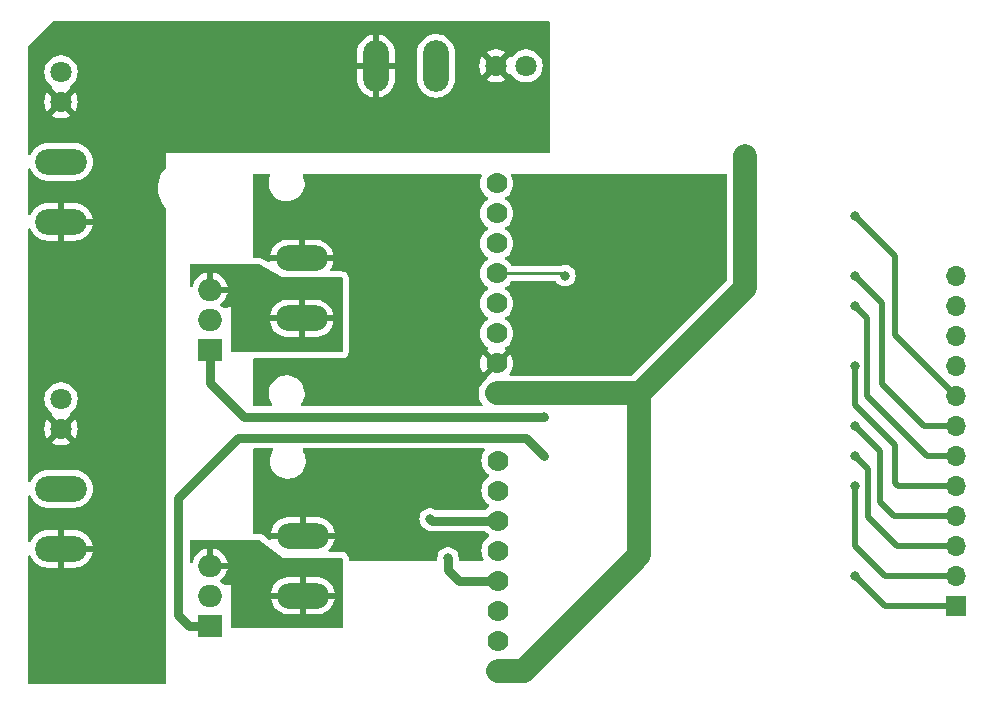
<source format=gbl>
G04 #@! TF.GenerationSoftware,KiCad,Pcbnew,7.0.8*
G04 #@! TF.CreationDate,2023-10-27T17:24:16-04:00*
G04 #@! TF.ProjectId,IPTC Power Distribution and Control,49505443-2050-46f7-9765-722044697374,rev?*
G04 #@! TF.SameCoordinates,Original*
G04 #@! TF.FileFunction,Copper,L2,Bot*
G04 #@! TF.FilePolarity,Positive*
%FSLAX46Y46*%
G04 Gerber Fmt 4.6, Leading zero omitted, Abs format (unit mm)*
G04 Created by KiCad (PCBNEW 7.0.8) date 2023-10-27 17:24:16*
%MOMM*%
%LPD*%
G01*
G04 APERTURE LIST*
G04 #@! TA.AperFunction,ComponentPad*
%ADD10R,1.700000X1.700000*%
G04 #@! TD*
G04 #@! TA.AperFunction,ComponentPad*
%ADD11O,1.700000X1.700000*%
G04 #@! TD*
G04 #@! TA.AperFunction,ComponentPad*
%ADD12C,1.803400*%
G04 #@! TD*
G04 #@! TA.AperFunction,ComponentPad*
%ADD13C,1.778000*%
G04 #@! TD*
G04 #@! TA.AperFunction,ComponentPad*
%ADD14O,4.400000X2.200000*%
G04 #@! TD*
G04 #@! TA.AperFunction,ComponentPad*
%ADD15O,4.368800X2.184400*%
G04 #@! TD*
G04 #@! TA.AperFunction,ComponentPad*
%ADD16R,2.000000X1.905000*%
G04 #@! TD*
G04 #@! TA.AperFunction,ComponentPad*
%ADD17O,2.000000X1.905000*%
G04 #@! TD*
G04 #@! TA.AperFunction,ComponentPad*
%ADD18O,2.184400X4.368800*%
G04 #@! TD*
G04 #@! TA.AperFunction,ViaPad*
%ADD19C,0.800000*%
G04 #@! TD*
G04 #@! TA.AperFunction,Conductor*
%ADD20C,0.500000*%
G04 #@! TD*
G04 #@! TA.AperFunction,Conductor*
%ADD21C,2.000000*%
G04 #@! TD*
G04 #@! TA.AperFunction,Conductor*
%ADD22C,0.250000*%
G04 #@! TD*
G04 #@! TA.AperFunction,Conductor*
%ADD23C,0.750000*%
G04 #@! TD*
G04 APERTURE END LIST*
D10*
X220821000Y-104140000D03*
D11*
X220821000Y-101600000D03*
X220821000Y-99060000D03*
X220821000Y-96520000D03*
X220821000Y-93980000D03*
X220821000Y-91440000D03*
X220821000Y-88900000D03*
X220821000Y-86360000D03*
X220821000Y-83820000D03*
X220821000Y-81280000D03*
X220821000Y-78740000D03*
X220821000Y-76200000D03*
D12*
X145034000Y-61468000D03*
X145034000Y-58928000D03*
D13*
X182018000Y-109628000D03*
X182018000Y-107088000D03*
X182018000Y-104548000D03*
X182018000Y-102008000D03*
X182018000Y-99468000D03*
X182018000Y-96928000D03*
X182018000Y-94388000D03*
X182018000Y-91848000D03*
D14*
X165508000Y-103278000D03*
X165508000Y-98198000D03*
D15*
X145034000Y-71628000D03*
X145034000Y-66548000D03*
D16*
X157663000Y-82450000D03*
D17*
X157663000Y-79910000D03*
X157663000Y-77370000D03*
D16*
X157663000Y-105818000D03*
D17*
X157663000Y-103278000D03*
X157663000Y-100738000D03*
D13*
X181918000Y-86160000D03*
X181918000Y-83620000D03*
X181918000Y-81080000D03*
X181918000Y-78540000D03*
X181918000Y-76000000D03*
X181918000Y-73460000D03*
X181918000Y-70920000D03*
X181918000Y-68380000D03*
D14*
X165408000Y-79810000D03*
X165408000Y-74730000D03*
D18*
X171704000Y-58420000D03*
X176784000Y-58420000D03*
D12*
X181864000Y-58420000D03*
X184404000Y-58420000D03*
D15*
X145034000Y-99314000D03*
X145034000Y-94234000D03*
D12*
X145034000Y-89154000D03*
X145034000Y-86614000D03*
D19*
X212217000Y-71120000D03*
X212217000Y-76200000D03*
X212217000Y-78740000D03*
X212217000Y-83820000D03*
X212217000Y-88900000D03*
X212217000Y-91440000D03*
X212217000Y-93980000D03*
X212217000Y-101600000D03*
X202946000Y-66040000D03*
X170180000Y-77216000D03*
X194056000Y-75692000D03*
X170180000Y-74168000D03*
X195580000Y-77216000D03*
X170180000Y-91948000D03*
X173228000Y-72644000D03*
X197104000Y-69596000D03*
X170180000Y-99568000D03*
X173228000Y-69596000D03*
X197104000Y-72644000D03*
X173228000Y-77216000D03*
X170180000Y-98044000D03*
X197104000Y-71120000D03*
X170180000Y-75692000D03*
X170180000Y-69596000D03*
X195580000Y-74168000D03*
X171704000Y-96520000D03*
X194056000Y-69596000D03*
X171704000Y-93472000D03*
X171704000Y-69596000D03*
X170180000Y-72644000D03*
X173228000Y-93472000D03*
X194056000Y-72644000D03*
X170180000Y-93472000D03*
X171704000Y-72644000D03*
X170180000Y-94996000D03*
X173228000Y-99568000D03*
X194056000Y-77216000D03*
X173228000Y-75692000D03*
X194056000Y-74168000D03*
X195580000Y-75692000D03*
X171704000Y-98044000D03*
X171704000Y-74168000D03*
X195580000Y-72644000D03*
X173228000Y-96520000D03*
X170180000Y-96520000D03*
X171704000Y-71120000D03*
X195580000Y-69596000D03*
X173228000Y-94996000D03*
X173228000Y-91948000D03*
X171704000Y-75692000D03*
X173228000Y-74168000D03*
X170180000Y-71120000D03*
X171704000Y-94996000D03*
X171704000Y-91948000D03*
X173228000Y-98044000D03*
X197104000Y-74168000D03*
X171704000Y-99568000D03*
X195580000Y-71120000D03*
X173228000Y-71120000D03*
X171704000Y-77216000D03*
X197104000Y-77216000D03*
X194056000Y-71120000D03*
X197104000Y-75692000D03*
X177800000Y-100076000D03*
X187706000Y-76190000D03*
X148336000Y-109220000D03*
X149860000Y-109220000D03*
X148082000Y-79375000D03*
X159004000Y-58420000D03*
X160528000Y-56896000D03*
X159004000Y-59944000D03*
X149860000Y-107696000D03*
X159004000Y-56896000D03*
X150241000Y-81534000D03*
X160528000Y-59944000D03*
X150241000Y-79375000D03*
X148336000Y-107696000D03*
X160528000Y-58420000D03*
X148082000Y-81534000D03*
X176276000Y-96774000D03*
X185928000Y-88138000D03*
X185928000Y-91440000D03*
D20*
X213233000Y-86360000D02*
X218313000Y-91440000D01*
X218313000Y-91440000D02*
X220821000Y-91440000D01*
X213233000Y-79756000D02*
X213233000Y-86360000D01*
X212217000Y-78740000D02*
X213233000Y-79756000D01*
X215646000Y-74549000D02*
X215646000Y-81185000D01*
X215646000Y-81185000D02*
X220821000Y-86360000D01*
X212217000Y-71120000D02*
X215646000Y-74549000D01*
X218059000Y-88900000D02*
X220821000Y-88900000D01*
X214503000Y-85344000D02*
X218059000Y-88900000D01*
X214503000Y-78486000D02*
X214503000Y-85344000D01*
X212217000Y-76200000D02*
X214503000Y-78486000D01*
X215646000Y-93726000D02*
X215900000Y-93980000D01*
X212217000Y-87122000D02*
X215646000Y-90551000D01*
X215646000Y-90551000D02*
X215646000Y-93726000D01*
X212217000Y-83820000D02*
X212217000Y-87122000D01*
X215900000Y-93980000D02*
X220821000Y-93980000D01*
X215519000Y-96520000D02*
X220821000Y-96520000D01*
X214376000Y-91059000D02*
X214376000Y-95377000D01*
X212217000Y-88900000D02*
X214376000Y-91059000D01*
X214376000Y-95377000D02*
X215519000Y-96520000D01*
X213360000Y-96647000D02*
X215773000Y-99060000D01*
X213360000Y-92583000D02*
X213360000Y-96647000D01*
X212217000Y-91440000D02*
X213360000Y-92583000D01*
X215773000Y-99060000D02*
X220821000Y-99060000D01*
X212217000Y-93980000D02*
X212217000Y-99060000D01*
X212217000Y-99060000D02*
X214757000Y-101600000D01*
X214757000Y-101600000D02*
X220821000Y-101600000D01*
X214757000Y-104140000D02*
X220821000Y-104140000D01*
X212217000Y-101600000D02*
X214757000Y-104140000D01*
D21*
X184250000Y-109628000D02*
X194002000Y-99876000D01*
X181918000Y-86160000D02*
X194002000Y-86160000D01*
X182018000Y-109628000D02*
X184250000Y-109628000D01*
D22*
X194002000Y-86160000D02*
X194056000Y-86106000D01*
X182018000Y-109574000D02*
X182118000Y-109474000D01*
D21*
X202946000Y-77216000D02*
X202946000Y-66040000D01*
X194002000Y-99876000D02*
X194002000Y-86160000D01*
X194056000Y-86106000D02*
X202946000Y-77216000D01*
D22*
X182018000Y-109628000D02*
X182018000Y-109574000D01*
D23*
X178716000Y-102008000D02*
X182018000Y-102008000D01*
X177800000Y-100076000D02*
X177800000Y-101092000D01*
X177800000Y-101092000D02*
X178716000Y-102008000D01*
D22*
X187516000Y-76000000D02*
X181918000Y-76000000D01*
X187706000Y-76190000D02*
X187516000Y-76000000D01*
D23*
X176276000Y-96774000D02*
X176430000Y-96928000D01*
X176430000Y-96928000D02*
X182018000Y-96928000D01*
X157663000Y-85273000D02*
X160528000Y-88138000D01*
X157663000Y-82450000D02*
X157663000Y-85273000D01*
X160528000Y-88138000D02*
X185928000Y-88138000D01*
X154940000Y-104902000D02*
X154940000Y-94996000D01*
X155856000Y-105818000D02*
X154940000Y-104902000D01*
X184404000Y-89916000D02*
X185928000Y-91440000D01*
X154940000Y-94996000D02*
X160020000Y-89916000D01*
X157663000Y-105818000D02*
X155856000Y-105818000D01*
X160020000Y-89916000D02*
X184404000Y-89916000D01*
G04 #@! TA.AperFunction,Conductor*
G36*
X162944512Y-90811185D02*
G01*
X162990267Y-90863989D01*
X163000211Y-90933147D01*
X162984860Y-90977500D01*
X162859834Y-91194050D01*
X162772782Y-91423589D01*
X162723675Y-91664124D01*
X162723674Y-91664131D01*
X162713789Y-91909417D01*
X162713789Y-91909418D01*
X162743380Y-92153130D01*
X162811680Y-92388925D01*
X162811681Y-92388928D01*
X162916921Y-92610719D01*
X162916923Y-92610722D01*
X162916924Y-92610723D01*
X163056381Y-92812762D01*
X163144703Y-92904714D01*
X163226443Y-92989814D01*
X163288041Y-93036102D01*
X163422701Y-93137293D01*
X163640076Y-93251380D01*
X163872937Y-93329120D01*
X163872940Y-93329120D01*
X163872942Y-93329121D01*
X164115250Y-93368500D01*
X164115253Y-93368500D01*
X164299281Y-93368500D01*
X164390989Y-93361096D01*
X164482699Y-93353693D01*
X164721060Y-93294942D01*
X164946911Y-93198716D01*
X165154400Y-93067508D01*
X165338156Y-92904714D01*
X165493418Y-92714553D01*
X165616166Y-92501948D01*
X165703219Y-92272406D01*
X165752325Y-92031872D01*
X165761335Y-91808284D01*
X165762210Y-91786582D01*
X165762210Y-91786576D01*
X165732619Y-91542869D01*
X165664319Y-91307074D01*
X165664318Y-91307069D01*
X165598847Y-91169093D01*
X165559078Y-91085280D01*
X165559076Y-91085277D01*
X165490509Y-90985940D01*
X165468626Y-90919585D01*
X165486092Y-90851934D01*
X165537359Y-90804464D01*
X165592559Y-90791500D01*
X180819850Y-90791500D01*
X180886889Y-90811185D01*
X180932644Y-90863989D01*
X180942588Y-90933147D01*
X180919758Y-90986824D01*
X180920536Y-90987333D01*
X180791782Y-91184405D01*
X180699282Y-91395285D01*
X180642753Y-91618515D01*
X180623738Y-91847994D01*
X180623738Y-91848005D01*
X180642753Y-92077484D01*
X180699282Y-92300714D01*
X180791782Y-92511594D01*
X180917728Y-92704370D01*
X180917731Y-92704373D01*
X181073692Y-92873792D01*
X181190591Y-92964778D01*
X181259459Y-93018380D01*
X181258476Y-93019641D01*
X181299183Y-93067349D01*
X181308600Y-93136581D01*
X181279092Y-93199914D01*
X181259136Y-93217205D01*
X181259459Y-93217620D01*
X181073694Y-93362206D01*
X181073689Y-93362211D01*
X180917728Y-93531629D01*
X180791782Y-93724405D01*
X180699282Y-93935285D01*
X180642753Y-94158515D01*
X180623738Y-94387994D01*
X180623738Y-94388005D01*
X180642753Y-94617484D01*
X180699282Y-94840714D01*
X180791782Y-95051594D01*
X180917728Y-95244370D01*
X180917731Y-95244373D01*
X181073692Y-95413792D01*
X181190591Y-95504778D01*
X181259459Y-95558380D01*
X181258476Y-95559641D01*
X181299183Y-95607349D01*
X181308600Y-95676581D01*
X181279092Y-95739914D01*
X181259135Y-95757206D01*
X181259458Y-95757620D01*
X181073698Y-95902202D01*
X181073694Y-95902205D01*
X180972177Y-96012483D01*
X180912290Y-96048474D01*
X180880947Y-96052500D01*
X176855252Y-96052500D01*
X176788213Y-96032815D01*
X176782367Y-96028818D01*
X176728734Y-95989851D01*
X176728729Y-95989848D01*
X176555807Y-95912857D01*
X176555802Y-95912855D01*
X176410001Y-95881865D01*
X176370646Y-95873500D01*
X176181354Y-95873500D01*
X176148897Y-95880398D01*
X175996197Y-95912855D01*
X175996192Y-95912857D01*
X175823270Y-95989848D01*
X175823265Y-95989851D01*
X175670129Y-96101111D01*
X175543466Y-96241785D01*
X175448821Y-96405715D01*
X175448818Y-96405722D01*
X175390327Y-96585740D01*
X175390326Y-96585744D01*
X175370540Y-96774000D01*
X175390326Y-96962256D01*
X175390327Y-96962259D01*
X175448818Y-97142277D01*
X175448821Y-97142284D01*
X175543467Y-97306216D01*
X175670129Y-97446888D01*
X175793709Y-97536674D01*
X175815328Y-97556713D01*
X175824365Y-97567353D01*
X175824366Y-97567354D01*
X175824369Y-97567357D01*
X175890737Y-97617808D01*
X175955699Y-97670027D01*
X175955701Y-97670029D01*
X175955872Y-97670114D01*
X175975814Y-97682483D01*
X175975971Y-97682602D01*
X176051640Y-97717610D01*
X176126307Y-97754641D01*
X176126481Y-97754684D01*
X176148626Y-97762480D01*
X176148803Y-97762562D01*
X176148806Y-97762562D01*
X176148807Y-97762563D01*
X176148806Y-97762563D01*
X176230228Y-97780485D01*
X176245863Y-97784373D01*
X176311111Y-97800600D01*
X176311284Y-97800604D01*
X176334602Y-97803460D01*
X176334784Y-97803500D01*
X176334787Y-97803500D01*
X176418160Y-97803500D01*
X176501473Y-97805757D01*
X176501655Y-97805721D01*
X176525023Y-97803500D01*
X180880947Y-97803500D01*
X180947986Y-97823185D01*
X180972177Y-97843517D01*
X181073694Y-97953794D01*
X181073698Y-97953797D01*
X181259458Y-98098380D01*
X181258476Y-98099641D01*
X181299183Y-98147349D01*
X181308600Y-98216581D01*
X181279092Y-98279914D01*
X181259136Y-98297205D01*
X181259459Y-98297620D01*
X181073694Y-98442206D01*
X181073689Y-98442211D01*
X180917728Y-98611629D01*
X180791782Y-98804405D01*
X180699282Y-99015285D01*
X180642753Y-99238515D01*
X180623738Y-99467994D01*
X180623738Y-99468005D01*
X180642753Y-99697484D01*
X180699282Y-99920714D01*
X180791782Y-100131593D01*
X180796085Y-100138180D01*
X180816272Y-100205070D01*
X180797090Y-100272256D01*
X180744631Y-100318405D01*
X180692275Y-100330000D01*
X178816479Y-100330000D01*
X178749440Y-100310315D01*
X178703685Y-100257511D01*
X178693158Y-100193042D01*
X178705460Y-100076000D01*
X178685674Y-99887744D01*
X178627179Y-99707716D01*
X178532533Y-99543784D01*
X178405871Y-99403112D01*
X178405870Y-99403111D01*
X178252734Y-99291851D01*
X178252729Y-99291848D01*
X178079807Y-99214857D01*
X178079802Y-99214855D01*
X177934001Y-99183865D01*
X177894646Y-99175500D01*
X177705354Y-99175500D01*
X177672897Y-99182398D01*
X177520197Y-99214855D01*
X177520192Y-99214857D01*
X177347270Y-99291848D01*
X177347265Y-99291851D01*
X177194129Y-99403111D01*
X177067466Y-99543785D01*
X176972821Y-99707715D01*
X176972818Y-99707722D01*
X176937162Y-99817462D01*
X176914326Y-99887744D01*
X176905787Y-99968990D01*
X176895987Y-100062237D01*
X176894540Y-100076000D01*
X176906841Y-100193041D01*
X176894273Y-100261768D01*
X176846541Y-100312792D01*
X176783521Y-100330000D01*
X169539500Y-100330000D01*
X169472461Y-100310315D01*
X169426706Y-100257511D01*
X169415500Y-100206000D01*
X169415500Y-100200010D01*
X169415500Y-100200000D01*
X169403947Y-100092544D01*
X169392741Y-100041033D01*
X169392637Y-100040722D01*
X169358616Y-99938502D01*
X169358613Y-99938496D01*
X169280828Y-99817462D01*
X169280825Y-99817457D01*
X169250825Y-99782835D01*
X169235076Y-99764659D01*
X169235072Y-99764656D01*
X169235070Y-99764653D01*
X169126336Y-99670433D01*
X169126333Y-99670431D01*
X169126331Y-99670430D01*
X168995465Y-99610664D01*
X168995460Y-99610662D01*
X168995459Y-99610662D01*
X168972858Y-99604025D01*
X168928425Y-99590978D01*
X168928419Y-99590976D01*
X168842966Y-99578690D01*
X168786000Y-99570500D01*
X168785998Y-99570500D01*
X167800757Y-99570500D01*
X167733718Y-99550815D01*
X167687963Y-99498011D01*
X167678019Y-99428853D01*
X167707044Y-99365297D01*
X167720226Y-99352209D01*
X167742870Y-99332869D01*
X167906428Y-99141367D01*
X167906431Y-99141362D01*
X168038019Y-98926631D01*
X168134396Y-98693956D01*
X168193188Y-98449067D01*
X168193272Y-98448000D01*
X166002852Y-98448000D01*
X166051559Y-98310953D01*
X166061877Y-98160114D01*
X166031116Y-98012085D01*
X165997910Y-97948000D01*
X168193271Y-97948000D01*
X168193271Y-97947999D01*
X168193188Y-97946932D01*
X168134396Y-97702043D01*
X168038019Y-97469368D01*
X167906431Y-97254637D01*
X167906428Y-97254632D01*
X167742869Y-97063130D01*
X167551367Y-96899571D01*
X167551362Y-96899568D01*
X167336631Y-96767980D01*
X167103956Y-96671603D01*
X166859072Y-96612813D01*
X166670872Y-96598000D01*
X165758000Y-96598000D01*
X165758000Y-97706316D01*
X165729181Y-97688791D01*
X165583596Y-97648000D01*
X165470378Y-97648000D01*
X165358217Y-97663416D01*
X165258000Y-97706946D01*
X165258000Y-96598000D01*
X164345128Y-96598000D01*
X164156927Y-96612813D01*
X163912043Y-96671603D01*
X163679368Y-96767980D01*
X163464637Y-96899568D01*
X163464632Y-96899571D01*
X163273130Y-97063130D01*
X163109571Y-97254632D01*
X163109568Y-97254637D01*
X162977980Y-97469368D01*
X162881603Y-97702043D01*
X162822811Y-97946932D01*
X162822728Y-97947999D01*
X162822729Y-97948000D01*
X165013148Y-97948000D01*
X164964441Y-98085047D01*
X164954123Y-98235886D01*
X164984884Y-98383915D01*
X165018090Y-98448000D01*
X162822728Y-98448000D01*
X162816071Y-98455200D01*
X162806954Y-98498571D01*
X162757894Y-98548321D01*
X162689727Y-98563649D01*
X162624094Y-98539690D01*
X162623309Y-98539106D01*
X162127028Y-98166895D01*
X162112143Y-98156553D01*
X162097007Y-98146435D01*
X162096995Y-98146429D01*
X161966132Y-98086664D01*
X161966127Y-98086662D01*
X161966126Y-98086662D01*
X161943525Y-98080025D01*
X161899092Y-98066978D01*
X161899086Y-98066976D01*
X161813633Y-98054690D01*
X161756667Y-98046500D01*
X161414000Y-98046500D01*
X161346961Y-98026815D01*
X161301206Y-97974011D01*
X161290000Y-97922500D01*
X161290000Y-90915500D01*
X161309685Y-90848461D01*
X161362489Y-90802706D01*
X161414000Y-90791500D01*
X162877473Y-90791500D01*
X162944512Y-90811185D01*
G37*
G04 #@! TD.AperFunction*
G04 #@! TA.AperFunction,Conductor*
G36*
X162708686Y-67583685D02*
G01*
X162754441Y-67636489D01*
X162764385Y-67705647D01*
X162757589Y-67731971D01*
X162672782Y-67955589D01*
X162623675Y-68196124D01*
X162623674Y-68196131D01*
X162613789Y-68441417D01*
X162613789Y-68441418D01*
X162643380Y-68685130D01*
X162711680Y-68920925D01*
X162711681Y-68920928D01*
X162816921Y-69142719D01*
X162816923Y-69142722D01*
X162816924Y-69142723D01*
X162956381Y-69344762D01*
X163044703Y-69436714D01*
X163126443Y-69521814D01*
X163188041Y-69568102D01*
X163322701Y-69669293D01*
X163540076Y-69783380D01*
X163772937Y-69861120D01*
X163772940Y-69861120D01*
X163772942Y-69861121D01*
X164015250Y-69900500D01*
X164015253Y-69900500D01*
X164199281Y-69900500D01*
X164290989Y-69893096D01*
X164382699Y-69885693D01*
X164621060Y-69826942D01*
X164846911Y-69730716D01*
X165054400Y-69599508D01*
X165238156Y-69436714D01*
X165393418Y-69246553D01*
X165516166Y-69033948D01*
X165603219Y-68804406D01*
X165652325Y-68563872D01*
X165662210Y-68318576D01*
X165641804Y-68150515D01*
X165632619Y-68074869D01*
X165564319Y-67839074D01*
X165564318Y-67839069D01*
X165517857Y-67741156D01*
X165506903Y-67672153D01*
X165534994Y-67608179D01*
X165593212Y-67569547D01*
X165629886Y-67564000D01*
X180568838Y-67564000D01*
X180635877Y-67583685D01*
X180681632Y-67636489D01*
X180691576Y-67705647D01*
X180682394Y-67737810D01*
X180599282Y-67927285D01*
X180542753Y-68150515D01*
X180523738Y-68379994D01*
X180523738Y-68380005D01*
X180542753Y-68609484D01*
X180599282Y-68832714D01*
X180691782Y-69043594D01*
X180817728Y-69236370D01*
X180817731Y-69236373D01*
X180973692Y-69405792D01*
X181090591Y-69496778D01*
X181159459Y-69550380D01*
X181158476Y-69551641D01*
X181199183Y-69599349D01*
X181208600Y-69668581D01*
X181179092Y-69731914D01*
X181159136Y-69749205D01*
X181159459Y-69749620D01*
X180973694Y-69894206D01*
X180973689Y-69894211D01*
X180817728Y-70063629D01*
X180691782Y-70256405D01*
X180599282Y-70467285D01*
X180542753Y-70690515D01*
X180523738Y-70919994D01*
X180523738Y-70920005D01*
X180542753Y-71149484D01*
X180599282Y-71372714D01*
X180691782Y-71583594D01*
X180817728Y-71776370D01*
X180817731Y-71776373D01*
X180973692Y-71945792D01*
X181090591Y-72036778D01*
X181159459Y-72090380D01*
X181158476Y-72091641D01*
X181199183Y-72139349D01*
X181208600Y-72208581D01*
X181179092Y-72271914D01*
X181159136Y-72289205D01*
X181159459Y-72289620D01*
X180973694Y-72434206D01*
X180973689Y-72434211D01*
X180817728Y-72603629D01*
X180691782Y-72796405D01*
X180599282Y-73007285D01*
X180542753Y-73230515D01*
X180523738Y-73459994D01*
X180523738Y-73460005D01*
X180542753Y-73689484D01*
X180599282Y-73912714D01*
X180691782Y-74123594D01*
X180817728Y-74316370D01*
X180817731Y-74316373D01*
X180973692Y-74485792D01*
X181090591Y-74576778D01*
X181159459Y-74630380D01*
X181158476Y-74631641D01*
X181199183Y-74679349D01*
X181208600Y-74748581D01*
X181179092Y-74811914D01*
X181159136Y-74829205D01*
X181159459Y-74829620D01*
X180973694Y-74974206D01*
X180973689Y-74974211D01*
X180817728Y-75143629D01*
X180691782Y-75336405D01*
X180599282Y-75547285D01*
X180542753Y-75770515D01*
X180523738Y-75999994D01*
X180523738Y-76000005D01*
X180542753Y-76229484D01*
X180599282Y-76452714D01*
X180691782Y-76663594D01*
X180817728Y-76856370D01*
X180817731Y-76856373D01*
X180973692Y-77025792D01*
X181056829Y-77090500D01*
X181159459Y-77170380D01*
X181158476Y-77171641D01*
X181199183Y-77219349D01*
X181208600Y-77288581D01*
X181179092Y-77351914D01*
X181159136Y-77369205D01*
X181159459Y-77369620D01*
X180973694Y-77514206D01*
X180973689Y-77514211D01*
X180817728Y-77683629D01*
X180691782Y-77876405D01*
X180599282Y-78087285D01*
X180542753Y-78310515D01*
X180523738Y-78539994D01*
X180523738Y-78540005D01*
X180542753Y-78769484D01*
X180599282Y-78992714D01*
X180691782Y-79203594D01*
X180817728Y-79396370D01*
X180817731Y-79396373D01*
X180973692Y-79565792D01*
X181090591Y-79656778D01*
X181159459Y-79710380D01*
X181158476Y-79711641D01*
X181199183Y-79759349D01*
X181208600Y-79828581D01*
X181179092Y-79891914D01*
X181159136Y-79909205D01*
X181159459Y-79909620D01*
X180973694Y-80054206D01*
X180973689Y-80054211D01*
X180817728Y-80223629D01*
X180691782Y-80416405D01*
X180599282Y-80627285D01*
X180542753Y-80850515D01*
X180523738Y-81079994D01*
X180523738Y-81080005D01*
X180542753Y-81309484D01*
X180599282Y-81532714D01*
X180691782Y-81743594D01*
X180817728Y-81936370D01*
X180817731Y-81936373D01*
X180973692Y-82105792D01*
X181090591Y-82196778D01*
X181159459Y-82250380D01*
X181158570Y-82251521D01*
X181199632Y-82299624D01*
X181209063Y-82368855D01*
X181179568Y-82432194D01*
X181159428Y-82449651D01*
X181159732Y-82450042D01*
X181127039Y-82475485D01*
X181127039Y-82475486D01*
X181785466Y-83133913D01*
X181775685Y-83135320D01*
X181644900Y-83195048D01*
X181536239Y-83289202D01*
X181458507Y-83410156D01*
X181434923Y-83490476D01*
X180774760Y-82830313D01*
X180692224Y-82956644D01*
X180599757Y-83167446D01*
X180543249Y-83390591D01*
X180543247Y-83390603D01*
X180524240Y-83619994D01*
X180524240Y-83620005D01*
X180543247Y-83849396D01*
X180543249Y-83849408D01*
X180599757Y-84072553D01*
X180692224Y-84283355D01*
X180774759Y-84409685D01*
X181434922Y-83749523D01*
X181458507Y-83829844D01*
X181536239Y-83950798D01*
X181644900Y-84044952D01*
X181775685Y-84104680D01*
X181785466Y-84106086D01*
X181127038Y-84764512D01*
X181129721Y-84807706D01*
X181114229Y-84875837D01*
X181073780Y-84919200D01*
X180993217Y-84971833D01*
X180810261Y-85140257D01*
X180657524Y-85336493D01*
X180539172Y-85555188D01*
X180539169Y-85555197D01*
X180458429Y-85790383D01*
X180417500Y-86035665D01*
X180417500Y-86284334D01*
X180458429Y-86529616D01*
X180539169Y-86764802D01*
X180539172Y-86764811D01*
X180657525Y-86983508D01*
X180657528Y-86983512D01*
X180718881Y-87062338D01*
X180744524Y-87127332D01*
X180730958Y-87195872D01*
X180682489Y-87246196D01*
X180621028Y-87262500D01*
X165462098Y-87262500D01*
X165395059Y-87242815D01*
X165349304Y-87190011D01*
X165339360Y-87120853D01*
X165366047Y-87060077D01*
X165375876Y-87048037D01*
X165393418Y-87026553D01*
X165516166Y-86813948D01*
X165603219Y-86584406D01*
X165652325Y-86343872D01*
X165662210Y-86098576D01*
X165632619Y-85854871D01*
X165632619Y-85854869D01*
X165564319Y-85619074D01*
X165564318Y-85619069D01*
X165498847Y-85481093D01*
X165459078Y-85397280D01*
X165459076Y-85397277D01*
X165417120Y-85336493D01*
X165319619Y-85195238D01*
X165149558Y-85018187D01*
X165149557Y-85018186D01*
X165149556Y-85018185D01*
X164953303Y-84870710D01*
X164953302Y-84870709D01*
X164953299Y-84870707D01*
X164886841Y-84835827D01*
X164735929Y-84756622D01*
X164735925Y-84756620D01*
X164735924Y-84756620D01*
X164503063Y-84678880D01*
X164503062Y-84678879D01*
X164503057Y-84678878D01*
X164260750Y-84639500D01*
X164260747Y-84639500D01*
X164076720Y-84639500D01*
X164076719Y-84639500D01*
X163893301Y-84654306D01*
X163654942Y-84713057D01*
X163654940Y-84713058D01*
X163429089Y-84809284D01*
X163323844Y-84875837D01*
X163221595Y-84940495D01*
X163037845Y-85103283D01*
X162882582Y-85293446D01*
X162882578Y-85293452D01*
X162759834Y-85506050D01*
X162672782Y-85735589D01*
X162623675Y-85976124D01*
X162623674Y-85976131D01*
X162613789Y-86221417D01*
X162613789Y-86221418D01*
X162643380Y-86465130D01*
X162711680Y-86700925D01*
X162711681Y-86700928D01*
X162816921Y-86922719D01*
X162816923Y-86922722D01*
X162816924Y-86922723D01*
X162911732Y-87060077D01*
X162917243Y-87068060D01*
X162939126Y-87134414D01*
X162921661Y-87202066D01*
X162870393Y-87249536D01*
X162815193Y-87262500D01*
X161414000Y-87262500D01*
X161346961Y-87242815D01*
X161301206Y-87190011D01*
X161290000Y-87138500D01*
X161290000Y-83306500D01*
X161309685Y-83239461D01*
X161362489Y-83193706D01*
X161414000Y-83182500D01*
X168785990Y-83182500D01*
X168786000Y-83182500D01*
X168893456Y-83170947D01*
X168944967Y-83159741D01*
X168979197Y-83148347D01*
X169047497Y-83125616D01*
X169047501Y-83125613D01*
X169047504Y-83125613D01*
X169168543Y-83047825D01*
X169221347Y-83002070D01*
X169315567Y-82893336D01*
X169375338Y-82762459D01*
X169395023Y-82695420D01*
X169395024Y-82695416D01*
X169415500Y-82553000D01*
X169415500Y-76451000D01*
X169403947Y-76343544D01*
X169392741Y-76292033D01*
X169371924Y-76229488D01*
X169358616Y-76189502D01*
X169358613Y-76189496D01*
X169280828Y-76068462D01*
X169280825Y-76068457D01*
X169280820Y-76068451D01*
X169235076Y-76015659D01*
X169235072Y-76015656D01*
X169235070Y-76015653D01*
X169126336Y-75921433D01*
X169126333Y-75921431D01*
X169126331Y-75921430D01*
X168995465Y-75861664D01*
X168995460Y-75861662D01*
X168995459Y-75861662D01*
X168972858Y-75855025D01*
X168928425Y-75841978D01*
X168928419Y-75841976D01*
X168842966Y-75829690D01*
X168786000Y-75821500D01*
X167937071Y-75821500D01*
X167870032Y-75801815D01*
X167824277Y-75749011D01*
X167814333Y-75679853D01*
X167831344Y-75632710D01*
X167938019Y-75458631D01*
X168034396Y-75225956D01*
X168093188Y-74981067D01*
X168093272Y-74980000D01*
X165902852Y-74980000D01*
X165951559Y-74842953D01*
X165961877Y-74692114D01*
X165931116Y-74544085D01*
X165897910Y-74480000D01*
X168093271Y-74480000D01*
X168093271Y-74479999D01*
X168093188Y-74478932D01*
X168034396Y-74234043D01*
X167938019Y-74001368D01*
X167806431Y-73786637D01*
X167806428Y-73786632D01*
X167642869Y-73595130D01*
X167451367Y-73431571D01*
X167451362Y-73431568D01*
X167236631Y-73299980D01*
X167003956Y-73203603D01*
X166759072Y-73144813D01*
X166570872Y-73130000D01*
X165658000Y-73130000D01*
X165658000Y-74238316D01*
X165629181Y-74220791D01*
X165483596Y-74180000D01*
X165370378Y-74180000D01*
X165258217Y-74195416D01*
X165158000Y-74238946D01*
X165158000Y-73130000D01*
X164245128Y-73130000D01*
X164056927Y-73144813D01*
X163812043Y-73203603D01*
X163579368Y-73299980D01*
X163364637Y-73431568D01*
X163364632Y-73431571D01*
X163173130Y-73595130D01*
X163009571Y-73786632D01*
X163009568Y-73786637D01*
X162877980Y-74001368D01*
X162781603Y-74234043D01*
X162722811Y-74478932D01*
X162722728Y-74479999D01*
X162722729Y-74480000D01*
X164913148Y-74480000D01*
X164864441Y-74617047D01*
X164854123Y-74767886D01*
X164884884Y-74915915D01*
X164918090Y-74980000D01*
X162722727Y-74980000D01*
X162690458Y-75014904D01*
X162630495Y-75050767D01*
X162560661Y-75048518D01*
X162535610Y-75037056D01*
X162087530Y-74768207D01*
X161962390Y-74714513D01*
X161898581Y-74696839D01*
X161763657Y-74678500D01*
X161763655Y-74678500D01*
X161414000Y-74678500D01*
X161346961Y-74658815D01*
X161301206Y-74606011D01*
X161290000Y-74554500D01*
X161290000Y-67688000D01*
X161309685Y-67620961D01*
X161362489Y-67575206D01*
X161414000Y-67564000D01*
X162641647Y-67564000D01*
X162708686Y-67583685D01*
G37*
G04 #@! TD.AperFunction*
G04 #@! TA.AperFunction,Conductor*
G36*
X201388539Y-67583685D02*
G01*
X201434294Y-67636489D01*
X201445500Y-67688000D01*
X201445500Y-76543110D01*
X201425815Y-76610149D01*
X201409181Y-76630791D01*
X193416791Y-84623181D01*
X193355468Y-84656666D01*
X193329110Y-84659500D01*
X183127160Y-84659500D01*
X183060121Y-84639815D01*
X183014366Y-84587011D01*
X183004422Y-84517853D01*
X183023351Y-84467678D01*
X183143776Y-84283352D01*
X183236242Y-84072553D01*
X183292750Y-83849408D01*
X183292752Y-83849396D01*
X183311760Y-83620005D01*
X183311760Y-83619994D01*
X183292752Y-83390603D01*
X183292750Y-83390591D01*
X183236242Y-83167446D01*
X183143775Y-82956644D01*
X183061238Y-82830312D01*
X182401076Y-83490475D01*
X182377493Y-83410156D01*
X182299761Y-83289202D01*
X182191100Y-83195048D01*
X182060315Y-83135320D01*
X182050533Y-83133913D01*
X182708959Y-82475487D01*
X182708959Y-82475485D01*
X182676267Y-82450041D01*
X182677212Y-82448826D01*
X182636364Y-82400967D01*
X182626937Y-82331736D01*
X182656437Y-82268399D01*
X182676819Y-82250737D01*
X182676541Y-82250380D01*
X182713174Y-82221866D01*
X182862308Y-82105792D01*
X183018269Y-81936373D01*
X183144217Y-81743595D01*
X183236717Y-81532716D01*
X183293246Y-81309488D01*
X183312262Y-81080000D01*
X183293246Y-80850512D01*
X183236717Y-80627284D01*
X183144217Y-80416405D01*
X183018271Y-80223629D01*
X182991355Y-80194390D01*
X182862308Y-80054208D01*
X182680589Y-79912771D01*
X182680590Y-79912771D01*
X182676541Y-79909620D01*
X182677525Y-79908354D01*
X182636824Y-79860670D01*
X182627396Y-79791439D01*
X182656893Y-79728102D01*
X182676865Y-79710796D01*
X182676541Y-79710380D01*
X182713174Y-79681866D01*
X182862308Y-79565792D01*
X183018269Y-79396373D01*
X183144217Y-79203595D01*
X183236717Y-78992716D01*
X183293246Y-78769488D01*
X183308112Y-78590087D01*
X183312262Y-78540005D01*
X183312262Y-78539994D01*
X183293246Y-78310515D01*
X183293246Y-78310512D01*
X183236717Y-78087284D01*
X183144217Y-77876405D01*
X183087983Y-77790332D01*
X183018271Y-77683629D01*
X182983276Y-77645614D01*
X182862308Y-77514208D01*
X182690589Y-77380554D01*
X182676541Y-77369620D01*
X182677525Y-77368354D01*
X182636824Y-77320670D01*
X182627396Y-77251439D01*
X182656893Y-77188102D01*
X182676865Y-77170796D01*
X182676541Y-77170380D01*
X182732717Y-77126656D01*
X182862308Y-77025792D01*
X183018269Y-76856373D01*
X183132402Y-76681678D01*
X183185548Y-76636322D01*
X183236211Y-76625500D01*
X186846037Y-76625500D01*
X186913076Y-76645185D01*
X186953423Y-76687499D01*
X186973466Y-76722214D01*
X186973467Y-76722216D01*
X187100129Y-76862888D01*
X187253265Y-76974148D01*
X187253270Y-76974151D01*
X187426192Y-77051142D01*
X187426197Y-77051144D01*
X187611354Y-77090500D01*
X187611355Y-77090500D01*
X187800644Y-77090500D01*
X187800646Y-77090500D01*
X187985803Y-77051144D01*
X188158730Y-76974151D01*
X188311871Y-76862888D01*
X188438533Y-76722216D01*
X188533179Y-76558284D01*
X188591674Y-76378256D01*
X188611460Y-76190000D01*
X188591674Y-76001744D01*
X188533179Y-75821716D01*
X188438533Y-75657784D01*
X188311871Y-75517112D01*
X188311870Y-75517111D01*
X188158734Y-75405851D01*
X188158729Y-75405848D01*
X187985807Y-75328857D01*
X187985802Y-75328855D01*
X187840001Y-75297865D01*
X187800646Y-75289500D01*
X187611354Y-75289500D01*
X187578897Y-75296398D01*
X187426197Y-75328855D01*
X187426192Y-75328857D01*
X187347759Y-75363779D01*
X187297323Y-75374500D01*
X183236211Y-75374500D01*
X183169172Y-75354815D01*
X183132402Y-75318321D01*
X183018271Y-75143629D01*
X182930715Y-75048518D01*
X182862308Y-74974208D01*
X182680589Y-74832771D01*
X182680590Y-74832771D01*
X182676541Y-74829620D01*
X182677525Y-74828354D01*
X182636824Y-74780670D01*
X182627396Y-74711439D01*
X182656893Y-74648102D01*
X182676865Y-74630796D01*
X182676541Y-74630380D01*
X182713174Y-74601866D01*
X182862308Y-74485792D01*
X183018269Y-74316373D01*
X183144217Y-74123595D01*
X183236717Y-73912716D01*
X183293246Y-73689488D01*
X183312262Y-73460000D01*
X183309906Y-73431571D01*
X183293246Y-73230515D01*
X183293246Y-73230512D01*
X183236717Y-73007284D01*
X183144217Y-72796405D01*
X183018271Y-72603629D01*
X182991355Y-72574390D01*
X182862308Y-72434208D01*
X182680589Y-72292771D01*
X182680590Y-72292771D01*
X182676541Y-72289620D01*
X182677525Y-72288354D01*
X182636824Y-72240670D01*
X182627396Y-72171439D01*
X182656893Y-72108102D01*
X182676865Y-72090796D01*
X182676541Y-72090380D01*
X182713174Y-72061866D01*
X182862308Y-71945792D01*
X183018269Y-71776373D01*
X183144217Y-71583595D01*
X183236717Y-71372716D01*
X183293246Y-71149488D01*
X183312262Y-70920000D01*
X183293246Y-70690512D01*
X183236717Y-70467284D01*
X183144217Y-70256405D01*
X183018271Y-70063629D01*
X182991355Y-70034390D01*
X182862308Y-69894208D01*
X182680589Y-69752771D01*
X182680590Y-69752771D01*
X182676541Y-69749620D01*
X182677525Y-69748354D01*
X182636824Y-69700670D01*
X182627396Y-69631439D01*
X182656893Y-69568102D01*
X182676865Y-69550796D01*
X182676541Y-69550380D01*
X182713244Y-69521813D01*
X182862308Y-69405792D01*
X183018269Y-69236373D01*
X183144217Y-69043595D01*
X183236717Y-68832716D01*
X183293246Y-68609488D01*
X183312262Y-68380000D01*
X183307172Y-68318576D01*
X183297026Y-68196128D01*
X183293246Y-68150512D01*
X183236717Y-67927284D01*
X183153605Y-67737809D01*
X183144703Y-67668510D01*
X183174680Y-67605398D01*
X183234020Y-67568511D01*
X183267162Y-67564000D01*
X201321500Y-67564000D01*
X201388539Y-67583685D01*
G37*
G04 #@! TD.AperFunction*
G04 #@! TA.AperFunction,Conductor*
G36*
X161823706Y-98571685D02*
G01*
X161831062Y-98576796D01*
X163830000Y-100076000D01*
X168786000Y-100076000D01*
X168853039Y-100095685D01*
X168898794Y-100148489D01*
X168910000Y-100200000D01*
X168910000Y-105921000D01*
X168890315Y-105988039D01*
X168837511Y-106033794D01*
X168786000Y-106045000D01*
X159509000Y-106045000D01*
X159441961Y-106025315D01*
X159396206Y-105972511D01*
X159385000Y-105921000D01*
X159385000Y-103528000D01*
X162822728Y-103528000D01*
X162822811Y-103529067D01*
X162881603Y-103773956D01*
X162977980Y-104006631D01*
X163109568Y-104221362D01*
X163109571Y-104221367D01*
X163273130Y-104412869D01*
X163464632Y-104576428D01*
X163464637Y-104576431D01*
X163679368Y-104708019D01*
X163912043Y-104804396D01*
X164156927Y-104863186D01*
X164345128Y-104878000D01*
X165258000Y-104878000D01*
X165258000Y-103769683D01*
X165286819Y-103787209D01*
X165432404Y-103828000D01*
X165545622Y-103828000D01*
X165657783Y-103812584D01*
X165758000Y-103769053D01*
X165758000Y-104878000D01*
X166670872Y-104878000D01*
X166859072Y-104863186D01*
X167103956Y-104804396D01*
X167336631Y-104708019D01*
X167551362Y-104576431D01*
X167551367Y-104576428D01*
X167742869Y-104412869D01*
X167906428Y-104221367D01*
X167906431Y-104221362D01*
X168038019Y-104006631D01*
X168134396Y-103773956D01*
X168193188Y-103529067D01*
X168193272Y-103528000D01*
X166002852Y-103528000D01*
X166051559Y-103390953D01*
X166061877Y-103240114D01*
X166031116Y-103092085D01*
X165997910Y-103028000D01*
X168193271Y-103028000D01*
X168193271Y-103027999D01*
X168193188Y-103026932D01*
X168134396Y-102782043D01*
X168038019Y-102549368D01*
X167906431Y-102334637D01*
X167906428Y-102334632D01*
X167742869Y-102143130D01*
X167551367Y-101979571D01*
X167551362Y-101979568D01*
X167336631Y-101847980D01*
X167103956Y-101751603D01*
X166859072Y-101692813D01*
X166670872Y-101678000D01*
X165758000Y-101678000D01*
X165758000Y-102786316D01*
X165729181Y-102768791D01*
X165583596Y-102728000D01*
X165470378Y-102728000D01*
X165358217Y-102743416D01*
X165258000Y-102786946D01*
X165258000Y-101678000D01*
X164345128Y-101678000D01*
X164156927Y-101692813D01*
X163912043Y-101751603D01*
X163679368Y-101847980D01*
X163464637Y-101979568D01*
X163464632Y-101979571D01*
X163273130Y-102143130D01*
X163109571Y-102334632D01*
X163109568Y-102334637D01*
X162977980Y-102549368D01*
X162881603Y-102782043D01*
X162822811Y-103026932D01*
X162822728Y-103027999D01*
X162822729Y-103028000D01*
X165013148Y-103028000D01*
X164964441Y-103165047D01*
X164954123Y-103315886D01*
X164984884Y-103463915D01*
X165018090Y-103528000D01*
X162822728Y-103528000D01*
X159385000Y-103528000D01*
X159385000Y-102362000D01*
X158899413Y-102362000D01*
X158832374Y-102342315D01*
X158801560Y-102314163D01*
X158796306Y-102307413D01*
X158783171Y-102290537D01*
X158606010Y-102127449D01*
X158606007Y-102127446D01*
X158581614Y-102111510D01*
X158536257Y-102058364D01*
X158526833Y-101989132D01*
X158556335Y-101925796D01*
X158581616Y-101903891D01*
X158605701Y-101888155D01*
X158605702Y-101888154D01*
X158782797Y-101725126D01*
X158782806Y-101725116D01*
X158930649Y-101535168D01*
X158930655Y-101535159D01*
X159045215Y-101323468D01*
X159045221Y-101323454D01*
X159123380Y-101095791D01*
X159141367Y-100988000D01*
X158157852Y-100988000D01*
X158206559Y-100850953D01*
X158216877Y-100700114D01*
X158186116Y-100552085D01*
X158152910Y-100488000D01*
X159141366Y-100488000D01*
X159141366Y-100487999D01*
X159123380Y-100380208D01*
X159045221Y-100152545D01*
X159045215Y-100152531D01*
X158930655Y-99940840D01*
X158930649Y-99940831D01*
X158782806Y-99750883D01*
X158782797Y-99750873D01*
X158605710Y-99587851D01*
X158605699Y-99587843D01*
X158404184Y-99456186D01*
X158183739Y-99359491D01*
X158183740Y-99359491D01*
X157950391Y-99300399D01*
X157913000Y-99297300D01*
X157913000Y-100246316D01*
X157884181Y-100228791D01*
X157738596Y-100188000D01*
X157625378Y-100188000D01*
X157513217Y-100203416D01*
X157413000Y-100246946D01*
X157413000Y-99297300D01*
X157412999Y-99297300D01*
X157375608Y-99300399D01*
X157142259Y-99359491D01*
X156921815Y-99456186D01*
X156720300Y-99587843D01*
X156720289Y-99587851D01*
X156543202Y-99750873D01*
X156543193Y-99750883D01*
X156395350Y-99940831D01*
X156395344Y-99940840D01*
X156280784Y-100152531D01*
X156280778Y-100152545D01*
X156202620Y-100380206D01*
X156202309Y-100382074D01*
X156201970Y-100382773D01*
X156201361Y-100385180D01*
X156200865Y-100385054D01*
X156171857Y-100444959D01*
X156112242Y-100481398D01*
X156042390Y-100479822D01*
X155984479Y-100440731D01*
X155956895Y-100376537D01*
X155956000Y-100361663D01*
X155956000Y-98676000D01*
X155975685Y-98608961D01*
X156028489Y-98563206D01*
X156080000Y-98552000D01*
X161756667Y-98552000D01*
X161823706Y-98571685D01*
G37*
G04 #@! TD.AperFunction*
G04 #@! TA.AperFunction,Conductor*
G36*
X186379039Y-54629685D02*
G01*
X186424794Y-54682489D01*
X186436000Y-54734000D01*
X186436000Y-65662000D01*
X186416315Y-65729039D01*
X186363511Y-65774794D01*
X186312000Y-65786000D01*
X153924000Y-65786000D01*
X153924000Y-66940718D01*
X153904315Y-67007757D01*
X153889026Y-67027033D01*
X153882419Y-67033846D01*
X153882415Y-67033851D01*
X153689095Y-67289847D01*
X153528701Y-67567660D01*
X153403668Y-67863062D01*
X153403660Y-67863086D01*
X153315879Y-68171602D01*
X153315878Y-68171607D01*
X153266672Y-68488592D01*
X153266671Y-68488603D01*
X153256793Y-68809236D01*
X153286391Y-69128651D01*
X153286392Y-69128657D01*
X153355018Y-69442013D01*
X153461635Y-69744566D01*
X153604621Y-70031721D01*
X153781811Y-70299130D01*
X153832249Y-70358000D01*
X153894166Y-70430271D01*
X153922835Y-70493986D01*
X153924000Y-70510946D01*
X153924000Y-110620000D01*
X153904315Y-110687039D01*
X153851511Y-110732794D01*
X153800000Y-110744000D01*
X142364000Y-110744000D01*
X142296961Y-110724315D01*
X142251206Y-110671511D01*
X142240000Y-110620000D01*
X142240000Y-99989500D01*
X142259685Y-99922461D01*
X142312489Y-99876706D01*
X142381647Y-99866762D01*
X142445203Y-99895787D01*
X142478561Y-99942048D01*
X142518750Y-100039075D01*
X142518752Y-100039078D01*
X142649698Y-100252762D01*
X142649701Y-100252767D01*
X142812463Y-100443336D01*
X143003032Y-100606098D01*
X143003037Y-100606101D01*
X143216720Y-100737047D01*
X143448255Y-100832951D01*
X143448252Y-100832951D01*
X143691959Y-100891460D01*
X143879245Y-100906200D01*
X144784000Y-100906200D01*
X144784000Y-99805683D01*
X144812819Y-99823209D01*
X144958404Y-99864000D01*
X145071622Y-99864000D01*
X145183783Y-99848584D01*
X145284000Y-99805053D01*
X145284000Y-100906200D01*
X146188755Y-100906200D01*
X146376040Y-100891460D01*
X146619745Y-100832951D01*
X146851279Y-100737047D01*
X147064962Y-100606101D01*
X147064967Y-100606098D01*
X147255536Y-100443336D01*
X147418298Y-100252767D01*
X147418301Y-100252762D01*
X147549247Y-100039079D01*
X147645151Y-99807545D01*
X147703622Y-99564000D01*
X145528852Y-99564000D01*
X145577559Y-99426953D01*
X145587877Y-99276114D01*
X145557116Y-99128085D01*
X145523910Y-99064000D01*
X147703622Y-99064000D01*
X147645151Y-98820454D01*
X147549247Y-98588920D01*
X147418301Y-98375237D01*
X147418298Y-98375232D01*
X147255536Y-98184663D01*
X147064967Y-98021901D01*
X147064962Y-98021898D01*
X146851279Y-97890952D01*
X146619744Y-97795048D01*
X146619747Y-97795048D01*
X146376040Y-97736539D01*
X146188755Y-97721800D01*
X145284000Y-97721800D01*
X145284000Y-98822316D01*
X145255181Y-98804791D01*
X145109596Y-98764000D01*
X144996378Y-98764000D01*
X144884217Y-98779416D01*
X144784000Y-98822946D01*
X144784000Y-97721800D01*
X143879245Y-97721800D01*
X143691959Y-97736539D01*
X143448254Y-97795048D01*
X143216720Y-97890952D01*
X143003037Y-98021898D01*
X143003032Y-98021901D01*
X142812463Y-98184663D01*
X142649701Y-98375232D01*
X142649698Y-98375237D01*
X142518752Y-98588920D01*
X142478561Y-98685952D01*
X142434720Y-98740355D01*
X142368426Y-98762420D01*
X142300726Y-98745141D01*
X142253116Y-98694003D01*
X142240000Y-98638499D01*
X142240000Y-94910807D01*
X142259685Y-94843768D01*
X142312489Y-94798013D01*
X142381647Y-94788069D01*
X142445203Y-94817094D01*
X142478561Y-94863355D01*
X142518303Y-94959303D01*
X142518305Y-94959306D01*
X142649290Y-95173055D01*
X142649291Y-95173056D01*
X142649292Y-95173058D01*
X142649294Y-95173060D01*
X142812109Y-95363691D01*
X143002740Y-95526506D01*
X143002742Y-95526507D01*
X143002743Y-95526508D01*
X143002744Y-95526509D01*
X143216492Y-95657494D01*
X143244000Y-95668888D01*
X143448107Y-95753432D01*
X143691876Y-95811956D01*
X143804283Y-95820802D01*
X143879219Y-95826700D01*
X143879221Y-95826700D01*
X146188781Y-95826700D01*
X146251227Y-95821785D01*
X146376124Y-95811956D01*
X146619893Y-95753432D01*
X146851507Y-95657494D01*
X147065260Y-95526506D01*
X147255891Y-95363691D01*
X147418706Y-95173060D01*
X147549694Y-94959307D01*
X147645632Y-94727693D01*
X147704156Y-94483924D01*
X147723825Y-94234000D01*
X147704156Y-93984076D01*
X147645632Y-93740307D01*
X147549694Y-93508693D01*
X147549694Y-93508692D01*
X147418709Y-93294944D01*
X147418708Y-93294943D01*
X147418707Y-93294942D01*
X147418706Y-93294940D01*
X147255891Y-93104309D01*
X147065260Y-92941494D01*
X147065258Y-92941492D01*
X147065256Y-92941491D01*
X147065255Y-92941490D01*
X146851507Y-92810505D01*
X146687730Y-92742667D01*
X146619893Y-92714568D01*
X146619894Y-92714568D01*
X146487026Y-92682669D01*
X146376124Y-92656044D01*
X146376122Y-92656043D01*
X146376120Y-92656043D01*
X146188781Y-92641300D01*
X146188779Y-92641300D01*
X143879221Y-92641300D01*
X143879219Y-92641300D01*
X143691879Y-92656043D01*
X143448106Y-92714568D01*
X143216492Y-92810505D01*
X143002744Y-92941490D01*
X143002743Y-92941491D01*
X142812109Y-93104309D01*
X142649291Y-93294943D01*
X142649290Y-93294944D01*
X142518305Y-93508692D01*
X142478561Y-93604645D01*
X142434720Y-93659048D01*
X142368426Y-93681113D01*
X142300727Y-93663834D01*
X142253116Y-93612697D01*
X142240000Y-93557192D01*
X142240000Y-86614005D01*
X143626994Y-86614005D01*
X143646183Y-86845582D01*
X143703229Y-87070854D01*
X143796575Y-87283662D01*
X143838717Y-87348164D01*
X143923675Y-87478201D01*
X144081061Y-87649168D01*
X144081064Y-87649170D01*
X144081067Y-87649173D01*
X144257457Y-87786463D01*
X144298270Y-87843173D01*
X144301945Y-87912946D01*
X144267313Y-87973629D01*
X144257458Y-87982169D01*
X144233990Y-88000434D01*
X144233990Y-88000436D01*
X144788238Y-88554684D01*
X144719488Y-88581905D01*
X144587095Y-88678094D01*
X144482782Y-88804187D01*
X144434096Y-88907649D01*
X143881584Y-88355137D01*
X143797016Y-88484578D01*
X143703704Y-88697308D01*
X143646678Y-88922500D01*
X143627496Y-89153994D01*
X143627496Y-89154005D01*
X143646678Y-89385499D01*
X143703704Y-89610691D01*
X143797015Y-89823418D01*
X143881584Y-89952861D01*
X144433277Y-89401168D01*
X144443285Y-89431969D01*
X144530972Y-89570141D01*
X144650266Y-89682165D01*
X144785204Y-89756348D01*
X144233989Y-90307562D01*
X144233990Y-90307563D01*
X144264712Y-90331475D01*
X144264718Y-90331480D01*
X144469007Y-90442035D01*
X144469017Y-90442040D01*
X144688721Y-90517464D01*
X144917853Y-90555700D01*
X145150147Y-90555700D01*
X145379278Y-90517464D01*
X145598982Y-90442040D01*
X145598987Y-90442038D01*
X145803288Y-90331475D01*
X145834008Y-90307563D01*
X145834008Y-90307562D01*
X145279762Y-89753315D01*
X145348512Y-89726095D01*
X145480905Y-89629906D01*
X145585218Y-89503813D01*
X145633903Y-89400350D01*
X146186414Y-89952861D01*
X146270980Y-89823425D01*
X146270985Y-89823417D01*
X146364295Y-89610691D01*
X146421321Y-89385499D01*
X146440504Y-89154005D01*
X146440504Y-89153994D01*
X146421321Y-88922500D01*
X146364295Y-88697308D01*
X146270982Y-88484576D01*
X146186414Y-88355137D01*
X145634721Y-88906829D01*
X145624715Y-88876031D01*
X145537028Y-88737859D01*
X145417734Y-88625835D01*
X145282795Y-88551651D01*
X145834009Y-88000436D01*
X145810540Y-87982169D01*
X145769728Y-87925458D01*
X145766055Y-87855685D01*
X145800687Y-87795002D01*
X145810531Y-87786471D01*
X145986939Y-87649168D01*
X146144325Y-87478201D01*
X146271425Y-87283661D01*
X146364771Y-87070854D01*
X146421816Y-86845586D01*
X146441006Y-86614000D01*
X146434013Y-86529614D01*
X146421816Y-86382417D01*
X146421816Y-86382414D01*
X146364771Y-86157146D01*
X146271425Y-85944339D01*
X146144325Y-85749799D01*
X145986939Y-85578832D01*
X145986934Y-85578828D01*
X145986932Y-85578826D01*
X145803567Y-85436107D01*
X145803561Y-85436103D01*
X145599188Y-85325501D01*
X145599180Y-85325498D01*
X145379402Y-85250048D01*
X145150190Y-85211800D01*
X144917810Y-85211800D01*
X144688597Y-85250048D01*
X144468819Y-85325498D01*
X144468811Y-85325501D01*
X144264438Y-85436103D01*
X144264432Y-85436107D01*
X144081067Y-85578826D01*
X144081064Y-85578829D01*
X143923676Y-85749797D01*
X143923673Y-85749801D01*
X143796575Y-85944337D01*
X143703229Y-86157145D01*
X143646183Y-86382417D01*
X143626994Y-86613994D01*
X143626994Y-86614005D01*
X142240000Y-86614005D01*
X142240000Y-72303500D01*
X142259685Y-72236461D01*
X142312489Y-72190706D01*
X142381647Y-72180762D01*
X142445203Y-72209787D01*
X142478561Y-72256048D01*
X142518750Y-72353075D01*
X142518752Y-72353078D01*
X142649698Y-72566762D01*
X142649701Y-72566767D01*
X142812463Y-72757336D01*
X143003032Y-72920098D01*
X143003037Y-72920101D01*
X143216720Y-73051047D01*
X143448255Y-73146951D01*
X143448252Y-73146951D01*
X143691959Y-73205460D01*
X143879245Y-73220200D01*
X144784000Y-73220200D01*
X144784000Y-72119683D01*
X144812819Y-72137209D01*
X144958404Y-72178000D01*
X145071622Y-72178000D01*
X145183783Y-72162584D01*
X145284000Y-72119053D01*
X145284000Y-73220200D01*
X146188755Y-73220200D01*
X146376040Y-73205460D01*
X146619745Y-73146951D01*
X146851279Y-73051047D01*
X147064962Y-72920101D01*
X147064967Y-72920098D01*
X147255536Y-72757336D01*
X147418298Y-72566767D01*
X147418301Y-72566762D01*
X147549247Y-72353079D01*
X147645151Y-72121545D01*
X147703622Y-71878000D01*
X145528852Y-71878000D01*
X145577559Y-71740953D01*
X145587877Y-71590114D01*
X145557116Y-71442085D01*
X145523910Y-71378000D01*
X147703622Y-71378000D01*
X147645151Y-71134454D01*
X147549247Y-70902920D01*
X147418301Y-70689237D01*
X147418298Y-70689232D01*
X147255536Y-70498663D01*
X147064967Y-70335901D01*
X147064962Y-70335898D01*
X146851279Y-70204952D01*
X146619744Y-70109048D01*
X146619747Y-70109048D01*
X146376040Y-70050539D01*
X146188755Y-70035800D01*
X145284000Y-70035800D01*
X145284000Y-71136316D01*
X145255181Y-71118791D01*
X145109596Y-71078000D01*
X144996378Y-71078000D01*
X144884217Y-71093416D01*
X144784000Y-71136946D01*
X144784000Y-70035800D01*
X143879245Y-70035800D01*
X143691959Y-70050539D01*
X143448254Y-70109048D01*
X143216720Y-70204952D01*
X143003037Y-70335898D01*
X143003032Y-70335901D01*
X142812463Y-70498663D01*
X142649701Y-70689232D01*
X142649698Y-70689237D01*
X142518752Y-70902920D01*
X142478561Y-70999952D01*
X142434720Y-71054355D01*
X142368426Y-71076420D01*
X142300726Y-71059141D01*
X142253116Y-71008003D01*
X142240000Y-70952499D01*
X142240000Y-67224807D01*
X142259685Y-67157768D01*
X142312489Y-67112013D01*
X142381647Y-67102069D01*
X142445203Y-67131094D01*
X142478561Y-67177355D01*
X142518303Y-67273303D01*
X142518305Y-67273306D01*
X142649290Y-67487055D01*
X142649291Y-67487056D01*
X142649292Y-67487058D01*
X142649294Y-67487060D01*
X142812109Y-67677691D01*
X143002740Y-67840506D01*
X143002742Y-67840507D01*
X143002743Y-67840508D01*
X143002744Y-67840509D01*
X143216492Y-67971494D01*
X143284330Y-67999593D01*
X143448107Y-68067432D01*
X143691876Y-68125956D01*
X143804283Y-68134802D01*
X143879219Y-68140700D01*
X143879221Y-68140700D01*
X146188781Y-68140700D01*
X146251227Y-68135785D01*
X146376124Y-68125956D01*
X146619893Y-68067432D01*
X146851507Y-67971494D01*
X147065260Y-67840506D01*
X147255891Y-67677691D01*
X147418706Y-67487060D01*
X147549694Y-67273307D01*
X147645632Y-67041693D01*
X147704156Y-66797924D01*
X147723825Y-66548000D01*
X147704156Y-66298076D01*
X147645632Y-66054307D01*
X147549694Y-65822693D01*
X147549694Y-65822692D01*
X147418709Y-65608944D01*
X147418708Y-65608943D01*
X147418707Y-65608942D01*
X147418706Y-65608940D01*
X147255891Y-65418309D01*
X147065260Y-65255494D01*
X147065258Y-65255492D01*
X147065256Y-65255491D01*
X147065255Y-65255490D01*
X146851507Y-65124505D01*
X146687730Y-65056667D01*
X146619893Y-65028568D01*
X146619894Y-65028568D01*
X146487026Y-64996669D01*
X146376124Y-64970044D01*
X146376122Y-64970043D01*
X146376120Y-64970043D01*
X146188781Y-64955300D01*
X146188779Y-64955300D01*
X143879221Y-64955300D01*
X143879219Y-64955300D01*
X143691879Y-64970043D01*
X143448106Y-65028568D01*
X143216492Y-65124505D01*
X143002744Y-65255490D01*
X143002743Y-65255491D01*
X142812109Y-65418309D01*
X142649291Y-65608943D01*
X142649290Y-65608944D01*
X142518305Y-65822692D01*
X142478561Y-65918645D01*
X142434720Y-65973048D01*
X142368426Y-65995113D01*
X142300727Y-65977834D01*
X142253116Y-65926697D01*
X142240000Y-65871192D01*
X142240000Y-58928005D01*
X143626994Y-58928005D01*
X143646183Y-59159582D01*
X143703229Y-59384854D01*
X143796575Y-59597662D01*
X143917967Y-59783464D01*
X143923675Y-59792201D01*
X144081061Y-59963168D01*
X144081064Y-59963170D01*
X144081067Y-59963173D01*
X144257457Y-60100463D01*
X144298270Y-60157173D01*
X144301945Y-60226946D01*
X144267313Y-60287629D01*
X144257458Y-60296169D01*
X144233990Y-60314434D01*
X144233990Y-60314436D01*
X144788238Y-60868684D01*
X144719488Y-60895905D01*
X144587095Y-60992094D01*
X144482782Y-61118187D01*
X144434096Y-61221649D01*
X143881584Y-60669137D01*
X143797016Y-60798578D01*
X143703704Y-61011308D01*
X143646678Y-61236500D01*
X143627496Y-61467994D01*
X143627496Y-61468005D01*
X143646678Y-61699499D01*
X143703704Y-61924691D01*
X143797015Y-62137418D01*
X143881584Y-62266861D01*
X144433277Y-61715168D01*
X144443285Y-61745969D01*
X144530972Y-61884141D01*
X144650266Y-61996165D01*
X144785204Y-62070348D01*
X144233989Y-62621562D01*
X144233990Y-62621563D01*
X144264712Y-62645475D01*
X144264718Y-62645480D01*
X144469007Y-62756035D01*
X144469017Y-62756040D01*
X144688721Y-62831464D01*
X144917853Y-62869700D01*
X145150147Y-62869700D01*
X145379278Y-62831464D01*
X145598982Y-62756040D01*
X145598987Y-62756038D01*
X145803288Y-62645475D01*
X145834008Y-62621563D01*
X145834008Y-62621562D01*
X145279762Y-62067315D01*
X145348512Y-62040095D01*
X145480905Y-61943906D01*
X145585218Y-61817813D01*
X145633903Y-61714350D01*
X146186414Y-62266861D01*
X146270980Y-62137425D01*
X146270985Y-62137417D01*
X146364295Y-61924691D01*
X146421321Y-61699499D01*
X146440504Y-61468005D01*
X146440504Y-61467994D01*
X146421321Y-61236500D01*
X146364295Y-61011308D01*
X146270982Y-60798576D01*
X146186414Y-60669137D01*
X145634721Y-61220829D01*
X145624715Y-61190031D01*
X145537028Y-61051859D01*
X145417734Y-60939835D01*
X145282795Y-60865651D01*
X145834009Y-60314436D01*
X145810540Y-60296169D01*
X145769728Y-60239458D01*
X145766055Y-60169685D01*
X145800687Y-60109002D01*
X145810531Y-60100471D01*
X145986939Y-59963168D01*
X146144325Y-59792201D01*
X146271425Y-59597661D01*
X146281473Y-59574755D01*
X170111800Y-59574755D01*
X170126539Y-59762040D01*
X170185048Y-60005745D01*
X170280952Y-60237279D01*
X170411898Y-60450962D01*
X170411901Y-60450967D01*
X170574663Y-60641536D01*
X170765232Y-60804298D01*
X170765237Y-60804301D01*
X170978920Y-60935247D01*
X171210462Y-61031154D01*
X171453999Y-61089621D01*
X171454000Y-61089621D01*
X171454000Y-58911683D01*
X171482819Y-58929209D01*
X171628404Y-58970000D01*
X171741622Y-58970000D01*
X171853783Y-58954584D01*
X171954000Y-58911053D01*
X171954000Y-61089621D01*
X172197537Y-61031154D01*
X172429079Y-60935247D01*
X172642762Y-60804301D01*
X172642767Y-60804298D01*
X172833336Y-60641536D01*
X172996098Y-60450967D01*
X172996101Y-60450962D01*
X173127047Y-60237279D01*
X173222951Y-60005745D01*
X173281460Y-59762040D01*
X173296198Y-59574781D01*
X175191300Y-59574781D01*
X175206043Y-59762120D01*
X175264568Y-60005893D01*
X175360505Y-60237507D01*
X175491490Y-60451255D01*
X175491491Y-60451256D01*
X175491492Y-60451258D01*
X175491494Y-60451260D01*
X175654309Y-60641891D01*
X175844940Y-60804706D01*
X175844942Y-60804707D01*
X175844943Y-60804708D01*
X175844944Y-60804709D01*
X176058692Y-60935694D01*
X176126530Y-60963793D01*
X176290307Y-61031632D01*
X176534076Y-61090156D01*
X176784000Y-61109825D01*
X177033924Y-61090156D01*
X177277693Y-61031632D01*
X177509307Y-60935694D01*
X177723060Y-60804706D01*
X177913691Y-60641891D01*
X178076506Y-60451260D01*
X178207494Y-60237507D01*
X178303432Y-60005893D01*
X178361956Y-59762124D01*
X178374899Y-59597661D01*
X178376700Y-59574781D01*
X178376700Y-58420005D01*
X180457496Y-58420005D01*
X180476678Y-58651499D01*
X180533704Y-58876691D01*
X180627015Y-59089418D01*
X180711584Y-59218861D01*
X181263277Y-58667168D01*
X181273285Y-58697969D01*
X181360972Y-58836141D01*
X181480266Y-58948165D01*
X181615204Y-59022348D01*
X181063989Y-59573562D01*
X181063990Y-59573563D01*
X181094712Y-59597475D01*
X181094718Y-59597480D01*
X181299007Y-59708035D01*
X181299017Y-59708040D01*
X181518721Y-59783464D01*
X181747853Y-59821700D01*
X181980147Y-59821700D01*
X182209278Y-59783464D01*
X182428982Y-59708040D01*
X182428987Y-59708038D01*
X182633288Y-59597475D01*
X182664008Y-59573563D01*
X182664008Y-59573562D01*
X182109762Y-59019315D01*
X182178512Y-58992095D01*
X182310905Y-58895906D01*
X182415218Y-58769813D01*
X182463903Y-58666350D01*
X183016414Y-59218861D01*
X183029891Y-59198233D01*
X183083037Y-59152876D01*
X183152269Y-59143452D01*
X183215605Y-59172954D01*
X183237508Y-59198232D01*
X183293675Y-59284201D01*
X183451061Y-59455168D01*
X183451064Y-59455170D01*
X183451067Y-59455173D01*
X183634432Y-59597892D01*
X183634438Y-59597896D01*
X183634441Y-59597898D01*
X183838812Y-59708499D01*
X184058600Y-59783952D01*
X184287810Y-59822200D01*
X184520190Y-59822200D01*
X184749400Y-59783952D01*
X184969188Y-59708499D01*
X185173559Y-59597898D01*
X185173863Y-59597662D01*
X185235138Y-59549969D01*
X185356939Y-59455168D01*
X185514325Y-59284201D01*
X185641425Y-59089661D01*
X185734771Y-58876854D01*
X185791816Y-58651586D01*
X185811006Y-58420000D01*
X185807609Y-58379007D01*
X185791816Y-58188417D01*
X185791816Y-58188414D01*
X185734771Y-57963146D01*
X185641425Y-57750339D01*
X185641273Y-57750107D01*
X185570491Y-57641767D01*
X185514325Y-57555799D01*
X185356939Y-57384832D01*
X185356934Y-57384828D01*
X185356932Y-57384826D01*
X185173567Y-57242107D01*
X185173561Y-57242103D01*
X184969188Y-57131501D01*
X184969180Y-57131498D01*
X184749402Y-57056048D01*
X184520190Y-57017800D01*
X184287810Y-57017800D01*
X184058597Y-57056048D01*
X183838819Y-57131498D01*
X183838811Y-57131501D01*
X183634438Y-57242103D01*
X183634432Y-57242107D01*
X183451067Y-57384826D01*
X183451064Y-57384829D01*
X183293676Y-57555797D01*
X183293673Y-57555801D01*
X183237509Y-57641767D01*
X183184363Y-57687124D01*
X183115131Y-57696547D01*
X183051796Y-57667045D01*
X183029893Y-57641767D01*
X183016414Y-57621137D01*
X182464721Y-58172829D01*
X182454715Y-58142031D01*
X182367028Y-58003859D01*
X182247734Y-57891835D01*
X182112795Y-57817651D01*
X182664009Y-57266436D01*
X182664009Y-57266435D01*
X182633286Y-57242523D01*
X182633281Y-57242519D01*
X182428992Y-57131964D01*
X182428982Y-57131959D01*
X182209278Y-57056535D01*
X181980147Y-57018300D01*
X181747853Y-57018300D01*
X181518721Y-57056535D01*
X181299017Y-57131959D01*
X181299007Y-57131964D01*
X181094717Y-57242520D01*
X181094706Y-57242527D01*
X181063990Y-57266434D01*
X181063990Y-57266436D01*
X181618238Y-57820684D01*
X181549488Y-57847905D01*
X181417095Y-57944094D01*
X181312782Y-58070187D01*
X181264096Y-58173649D01*
X180711584Y-57621137D01*
X180627016Y-57750578D01*
X180533704Y-57963308D01*
X180476678Y-58188500D01*
X180457496Y-58419994D01*
X180457496Y-58420005D01*
X178376700Y-58420005D01*
X178376700Y-57265219D01*
X178366176Y-57131498D01*
X178361956Y-57077876D01*
X178303432Y-56834107D01*
X178207494Y-56602493D01*
X178207494Y-56602492D01*
X178076509Y-56388744D01*
X178076508Y-56388743D01*
X178076507Y-56388742D01*
X178076506Y-56388740D01*
X177913691Y-56198109D01*
X177723060Y-56035294D01*
X177723058Y-56035292D01*
X177723056Y-56035291D01*
X177723055Y-56035290D01*
X177509307Y-55904305D01*
X177345530Y-55836467D01*
X177277693Y-55808368D01*
X177277694Y-55808368D01*
X177144826Y-55776469D01*
X177033924Y-55749844D01*
X177033922Y-55749843D01*
X177033920Y-55749843D01*
X176784000Y-55730175D01*
X176534079Y-55749843D01*
X176290306Y-55808368D01*
X176058692Y-55904305D01*
X175844944Y-56035290D01*
X175844943Y-56035291D01*
X175654309Y-56198109D01*
X175491491Y-56388743D01*
X175491490Y-56388744D01*
X175360505Y-56602492D01*
X175264568Y-56834106D01*
X175206043Y-57077879D01*
X175191300Y-57265219D01*
X175191300Y-59574781D01*
X173296198Y-59574781D01*
X173296200Y-59574755D01*
X173296200Y-58670000D01*
X172198852Y-58670000D01*
X172247559Y-58532953D01*
X172257877Y-58382114D01*
X172227116Y-58234085D01*
X172193910Y-58170000D01*
X173296200Y-58170000D01*
X173296200Y-57265245D01*
X173281460Y-57077959D01*
X173222951Y-56834254D01*
X173127047Y-56602720D01*
X172996101Y-56389037D01*
X172996098Y-56389032D01*
X172833336Y-56198463D01*
X172642767Y-56035701D01*
X172642762Y-56035698D01*
X172429079Y-55904752D01*
X172197544Y-55808848D01*
X172197547Y-55808848D01*
X171954000Y-55750377D01*
X171954000Y-57928316D01*
X171925181Y-57910791D01*
X171779596Y-57870000D01*
X171666378Y-57870000D01*
X171554217Y-57885416D01*
X171454000Y-57928946D01*
X171454000Y-55750377D01*
X171210454Y-55808848D01*
X170978920Y-55904752D01*
X170765237Y-56035698D01*
X170765232Y-56035701D01*
X170574663Y-56198463D01*
X170411901Y-56389032D01*
X170411898Y-56389037D01*
X170280952Y-56602720D01*
X170185048Y-56834254D01*
X170126539Y-57077959D01*
X170111800Y-57265245D01*
X170111800Y-58170000D01*
X171209148Y-58170000D01*
X171160441Y-58307047D01*
X171150123Y-58457886D01*
X171180884Y-58605915D01*
X171214090Y-58670000D01*
X170111800Y-58670000D01*
X170111800Y-59574755D01*
X146281473Y-59574755D01*
X146364771Y-59384854D01*
X146421816Y-59159586D01*
X146441006Y-58928000D01*
X146436754Y-58876691D01*
X146421816Y-58696417D01*
X146421816Y-58696414D01*
X146364771Y-58471146D01*
X146271425Y-58258339D01*
X146225742Y-58188417D01*
X146167874Y-58099844D01*
X146144325Y-58063799D01*
X145986939Y-57892832D01*
X145986934Y-57892828D01*
X145986932Y-57892826D01*
X145803567Y-57750107D01*
X145803561Y-57750103D01*
X145599188Y-57639501D01*
X145599180Y-57639498D01*
X145379402Y-57564048D01*
X145150190Y-57525800D01*
X144917810Y-57525800D01*
X144688597Y-57564048D01*
X144468819Y-57639498D01*
X144468811Y-57639501D01*
X144264438Y-57750103D01*
X144264432Y-57750107D01*
X144081067Y-57892826D01*
X144081064Y-57892829D01*
X143923676Y-58063797D01*
X143923673Y-58063801D01*
X143796575Y-58258337D01*
X143703229Y-58471145D01*
X143646183Y-58696417D01*
X143626994Y-58927994D01*
X143626994Y-58928005D01*
X142240000Y-58928005D01*
X142240000Y-56820362D01*
X142259685Y-56753323D01*
X142276319Y-56732681D01*
X144362681Y-54646319D01*
X144424004Y-54612834D01*
X144450362Y-54610000D01*
X186312000Y-54610000D01*
X186379039Y-54629685D01*
G37*
G04 #@! TD.AperFunction*
G04 #@! TA.AperFunction,Conductor*
G36*
X161827451Y-75201670D02*
G01*
X163703000Y-76327000D01*
X164198207Y-76327000D01*
X164203074Y-76327191D01*
X164245115Y-76330500D01*
X164245118Y-76330500D01*
X166570885Y-76330500D01*
X166612926Y-76327191D01*
X166617793Y-76327000D01*
X168786000Y-76327000D01*
X168853039Y-76346685D01*
X168898794Y-76399489D01*
X168910000Y-76451000D01*
X168910000Y-82553000D01*
X168890315Y-82620039D01*
X168837511Y-82665794D01*
X168786000Y-82677000D01*
X159509000Y-82677000D01*
X159441961Y-82657315D01*
X159396206Y-82604511D01*
X159385000Y-82553000D01*
X159385000Y-80060000D01*
X162722728Y-80060000D01*
X162722811Y-80061067D01*
X162781603Y-80305956D01*
X162877980Y-80538631D01*
X163009568Y-80753362D01*
X163009571Y-80753367D01*
X163173130Y-80944869D01*
X163364632Y-81108428D01*
X163364637Y-81108431D01*
X163579368Y-81240019D01*
X163812043Y-81336396D01*
X164056927Y-81395186D01*
X164245128Y-81410000D01*
X165158000Y-81410000D01*
X165158000Y-80301683D01*
X165186819Y-80319209D01*
X165332404Y-80360000D01*
X165445622Y-80360000D01*
X165557783Y-80344584D01*
X165658000Y-80301053D01*
X165658000Y-81410000D01*
X166570872Y-81410000D01*
X166759072Y-81395186D01*
X167003956Y-81336396D01*
X167236631Y-81240019D01*
X167451362Y-81108431D01*
X167451367Y-81108428D01*
X167642869Y-80944869D01*
X167806428Y-80753367D01*
X167806431Y-80753362D01*
X167938019Y-80538631D01*
X168034396Y-80305956D01*
X168093188Y-80061067D01*
X168093272Y-80060000D01*
X165902852Y-80060000D01*
X165951559Y-79922953D01*
X165961877Y-79772114D01*
X165931116Y-79624085D01*
X165897910Y-79560000D01*
X168093271Y-79560000D01*
X168093271Y-79559999D01*
X168093188Y-79558932D01*
X168034396Y-79314043D01*
X167938019Y-79081368D01*
X167806431Y-78866637D01*
X167806428Y-78866632D01*
X167642869Y-78675130D01*
X167451367Y-78511571D01*
X167451362Y-78511568D01*
X167236631Y-78379980D01*
X167003956Y-78283603D01*
X166759072Y-78224813D01*
X166570872Y-78210000D01*
X165658000Y-78210000D01*
X165658000Y-79318316D01*
X165629181Y-79300791D01*
X165483596Y-79260000D01*
X165370378Y-79260000D01*
X165258217Y-79275416D01*
X165158000Y-79318946D01*
X165158000Y-78210000D01*
X164245128Y-78210000D01*
X164056927Y-78224813D01*
X163812043Y-78283603D01*
X163579368Y-78379980D01*
X163364637Y-78511568D01*
X163364632Y-78511571D01*
X163173130Y-78675130D01*
X163009571Y-78866632D01*
X163009568Y-78866637D01*
X162877980Y-79081368D01*
X162781603Y-79314043D01*
X162722811Y-79558932D01*
X162722728Y-79559999D01*
X162722729Y-79560000D01*
X164913148Y-79560000D01*
X164864441Y-79697047D01*
X164854123Y-79847886D01*
X164884884Y-79995915D01*
X164918090Y-80060000D01*
X162722728Y-80060000D01*
X159385000Y-80060000D01*
X159385000Y-78867000D01*
X159384999Y-78866999D01*
X158799465Y-78888685D01*
X158731743Y-78871495D01*
X158710893Y-78856000D01*
X158669780Y-78818153D01*
X158606010Y-78759449D01*
X158581614Y-78743510D01*
X158536257Y-78690364D01*
X158526833Y-78621132D01*
X158556335Y-78557796D01*
X158581616Y-78535891D01*
X158605701Y-78520155D01*
X158605702Y-78520154D01*
X158782797Y-78357126D01*
X158782806Y-78357116D01*
X158930649Y-78167168D01*
X158930655Y-78167159D01*
X159045215Y-77955468D01*
X159045221Y-77955454D01*
X159123380Y-77727791D01*
X159141367Y-77620000D01*
X158157852Y-77620000D01*
X158206559Y-77482953D01*
X158216877Y-77332114D01*
X158186116Y-77184085D01*
X158152910Y-77120000D01*
X159141366Y-77120000D01*
X159141366Y-77119999D01*
X159123380Y-77012208D01*
X159045221Y-76784545D01*
X159045215Y-76784531D01*
X158930655Y-76572840D01*
X158930649Y-76572831D01*
X158782806Y-76382883D01*
X158782797Y-76382873D01*
X158605710Y-76219851D01*
X158605699Y-76219843D01*
X158404184Y-76088186D01*
X158183739Y-75991491D01*
X158183740Y-75991491D01*
X157950391Y-75932399D01*
X157913000Y-75929300D01*
X157913000Y-76878316D01*
X157884181Y-76860791D01*
X157738596Y-76820000D01*
X157625378Y-76820000D01*
X157513217Y-76835416D01*
X157413000Y-76878946D01*
X157413000Y-75929300D01*
X157412999Y-75929300D01*
X157375608Y-75932399D01*
X157142259Y-75991491D01*
X156921815Y-76088186D01*
X156720300Y-76219843D01*
X156720289Y-76219851D01*
X156543202Y-76382873D01*
X156543193Y-76382883D01*
X156395350Y-76572831D01*
X156395344Y-76572840D01*
X156280784Y-76784531D01*
X156280778Y-76784545D01*
X156202620Y-77012206D01*
X156202309Y-77014074D01*
X156201970Y-77014773D01*
X156201361Y-77017180D01*
X156200865Y-77017054D01*
X156171857Y-77076959D01*
X156112242Y-77113398D01*
X156042390Y-77111822D01*
X155984479Y-77072731D01*
X155956895Y-77008537D01*
X155956000Y-76993663D01*
X155956000Y-75308000D01*
X155975685Y-75240961D01*
X156028489Y-75195206D01*
X156080000Y-75184000D01*
X161763655Y-75184000D01*
X161827451Y-75201670D01*
G37*
G04 #@! TD.AperFunction*
M02*

</source>
